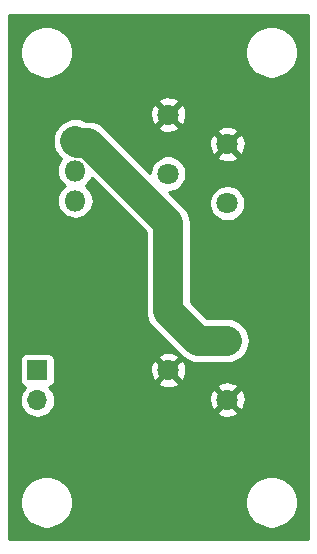
<source format=gbr>
G04 #@! TF.GenerationSoftware,KiCad,Pcbnew,(5.1.4)-1*
G04 #@! TF.CreationDate,2019-12-03T13:15:03-06:00*
G04 #@! TF.ProjectId,cutdown_power,63757464-6f77-46e5-9f70-6f7765722e6b,rev?*
G04 #@! TF.SameCoordinates,Original*
G04 #@! TF.FileFunction,Copper,L2,Bot*
G04 #@! TF.FilePolarity,Positive*
%FSLAX46Y46*%
G04 Gerber Fmt 4.6, Leading zero omitted, Abs format (unit mm)*
G04 Created by KiCad (PCBNEW (5.1.4)-1) date 2019-12-03 13:15:03*
%MOMM*%
%LPD*%
G04 APERTURE LIST*
%ADD10O,1.700000X1.700000*%
%ADD11R,1.700000X1.700000*%
%ADD12C,1.800000*%
%ADD13O,1.800000X1.800000*%
%ADD14R,1.800000X1.800000*%
%ADD15C,2.540000*%
%ADD16C,0.254000*%
G04 APERTURE END LIST*
D10*
X159258000Y-120904000D03*
D11*
X159258000Y-118364000D03*
D12*
X175347000Y-120864000D03*
X170347000Y-118364000D03*
X175347000Y-115864000D03*
X170347000Y-113364000D03*
D13*
X162478999Y-104013000D03*
X162478999Y-101473000D03*
D14*
X162478999Y-98933000D03*
D12*
X175347000Y-104227000D03*
X170347000Y-101727000D03*
X175347000Y-99227000D03*
X170347000Y-96727000D03*
D15*
X170347000Y-112091208D02*
X170347000Y-113364000D01*
X170347000Y-105903847D02*
X170347000Y-112091208D01*
X163593752Y-99150599D02*
X170347000Y-105903847D01*
X162650599Y-99150599D02*
X163593752Y-99150599D01*
X162478999Y-98933000D02*
X162478999Y-98978999D01*
X162478999Y-98978999D02*
X162650599Y-99150599D01*
X172847000Y-115864000D02*
X170347000Y-113364000D01*
X175347000Y-115864000D02*
X172847000Y-115864000D01*
D16*
G36*
X182220001Y-132690000D02*
G01*
X156870000Y-132690000D01*
X156870000Y-129319872D01*
X157785000Y-129319872D01*
X157785000Y-129760128D01*
X157870890Y-130191925D01*
X158039369Y-130598669D01*
X158283962Y-130964729D01*
X158595271Y-131276038D01*
X158961331Y-131520631D01*
X159368075Y-131689110D01*
X159799872Y-131775000D01*
X160240128Y-131775000D01*
X160671925Y-131689110D01*
X161078669Y-131520631D01*
X161444729Y-131276038D01*
X161756038Y-130964729D01*
X162000631Y-130598669D01*
X162169110Y-130191925D01*
X162255000Y-129760128D01*
X162255000Y-129319872D01*
X176835000Y-129319872D01*
X176835000Y-129760128D01*
X176920890Y-130191925D01*
X177089369Y-130598669D01*
X177333962Y-130964729D01*
X177645271Y-131276038D01*
X178011331Y-131520631D01*
X178418075Y-131689110D01*
X178849872Y-131775000D01*
X179290128Y-131775000D01*
X179721925Y-131689110D01*
X180128669Y-131520631D01*
X180494729Y-131276038D01*
X180806038Y-130964729D01*
X181050631Y-130598669D01*
X181219110Y-130191925D01*
X181305000Y-129760128D01*
X181305000Y-129319872D01*
X181219110Y-128888075D01*
X181050631Y-128481331D01*
X180806038Y-128115271D01*
X180494729Y-127803962D01*
X180128669Y-127559369D01*
X179721925Y-127390890D01*
X179290128Y-127305000D01*
X178849872Y-127305000D01*
X178418075Y-127390890D01*
X178011331Y-127559369D01*
X177645271Y-127803962D01*
X177333962Y-128115271D01*
X177089369Y-128481331D01*
X176920890Y-128888075D01*
X176835000Y-129319872D01*
X162255000Y-129319872D01*
X162169110Y-128888075D01*
X162000631Y-128481331D01*
X161756038Y-128115271D01*
X161444729Y-127803962D01*
X161078669Y-127559369D01*
X160671925Y-127390890D01*
X160240128Y-127305000D01*
X159799872Y-127305000D01*
X159368075Y-127390890D01*
X158961331Y-127559369D01*
X158595271Y-127803962D01*
X158283962Y-128115271D01*
X158039369Y-128481331D01*
X157870890Y-128888075D01*
X157785000Y-129319872D01*
X156870000Y-129319872D01*
X156870000Y-120904000D01*
X157765815Y-120904000D01*
X157794487Y-121195111D01*
X157879401Y-121475034D01*
X158017294Y-121733014D01*
X158202866Y-121959134D01*
X158428986Y-122144706D01*
X158686966Y-122282599D01*
X158966889Y-122367513D01*
X159185050Y-122389000D01*
X159330950Y-122389000D01*
X159549111Y-122367513D01*
X159829034Y-122282599D01*
X160087014Y-122144706D01*
X160313134Y-121959134D01*
X160338619Y-121928080D01*
X174462525Y-121928080D01*
X174546208Y-122182261D01*
X174818775Y-122313158D01*
X175111642Y-122388365D01*
X175413553Y-122404991D01*
X175712907Y-122362397D01*
X175998199Y-122262222D01*
X176147792Y-122182261D01*
X176231475Y-121928080D01*
X175347000Y-121043605D01*
X174462525Y-121928080D01*
X160338619Y-121928080D01*
X160498706Y-121733014D01*
X160636599Y-121475034D01*
X160721513Y-121195111D01*
X160747569Y-120930553D01*
X173806009Y-120930553D01*
X173848603Y-121229907D01*
X173948778Y-121515199D01*
X174028739Y-121664792D01*
X174282920Y-121748475D01*
X175167395Y-120864000D01*
X175526605Y-120864000D01*
X176411080Y-121748475D01*
X176665261Y-121664792D01*
X176796158Y-121392225D01*
X176871365Y-121099358D01*
X176887991Y-120797447D01*
X176845397Y-120498093D01*
X176745222Y-120212801D01*
X176665261Y-120063208D01*
X176411080Y-119979525D01*
X175526605Y-120864000D01*
X175167395Y-120864000D01*
X174282920Y-119979525D01*
X174028739Y-120063208D01*
X173897842Y-120335775D01*
X173822635Y-120628642D01*
X173806009Y-120930553D01*
X160747569Y-120930553D01*
X160750185Y-120904000D01*
X160721513Y-120612889D01*
X160636599Y-120332966D01*
X160498706Y-120074986D01*
X160313134Y-119848866D01*
X160283313Y-119824393D01*
X160352180Y-119803502D01*
X160462494Y-119744537D01*
X160559185Y-119665185D01*
X160638537Y-119568494D01*
X160697502Y-119458180D01*
X160706632Y-119428080D01*
X169462525Y-119428080D01*
X169546208Y-119682261D01*
X169818775Y-119813158D01*
X170111642Y-119888365D01*
X170413553Y-119904991D01*
X170712907Y-119862397D01*
X170890837Y-119799920D01*
X174462525Y-119799920D01*
X175347000Y-120684395D01*
X176231475Y-119799920D01*
X176147792Y-119545739D01*
X175875225Y-119414842D01*
X175582358Y-119339635D01*
X175280447Y-119323009D01*
X174981093Y-119365603D01*
X174695801Y-119465778D01*
X174546208Y-119545739D01*
X174462525Y-119799920D01*
X170890837Y-119799920D01*
X170998199Y-119762222D01*
X171147792Y-119682261D01*
X171231475Y-119428080D01*
X170347000Y-118543605D01*
X169462525Y-119428080D01*
X160706632Y-119428080D01*
X160733812Y-119338482D01*
X160746072Y-119214000D01*
X160746072Y-118430553D01*
X168806009Y-118430553D01*
X168848603Y-118729907D01*
X168948778Y-119015199D01*
X169028739Y-119164792D01*
X169282920Y-119248475D01*
X170167395Y-118364000D01*
X170526605Y-118364000D01*
X171411080Y-119248475D01*
X171665261Y-119164792D01*
X171796158Y-118892225D01*
X171871365Y-118599358D01*
X171887991Y-118297447D01*
X171845397Y-117998093D01*
X171745222Y-117712801D01*
X171665261Y-117563208D01*
X171411080Y-117479525D01*
X170526605Y-118364000D01*
X170167395Y-118364000D01*
X169282920Y-117479525D01*
X169028739Y-117563208D01*
X168897842Y-117835775D01*
X168822635Y-118128642D01*
X168806009Y-118430553D01*
X160746072Y-118430553D01*
X160746072Y-117514000D01*
X160733812Y-117389518D01*
X160706633Y-117299920D01*
X169462525Y-117299920D01*
X170347000Y-118184395D01*
X171231475Y-117299920D01*
X171147792Y-117045739D01*
X170875225Y-116914842D01*
X170582358Y-116839635D01*
X170280447Y-116823009D01*
X169981093Y-116865603D01*
X169695801Y-116965778D01*
X169546208Y-117045739D01*
X169462525Y-117299920D01*
X160706633Y-117299920D01*
X160697502Y-117269820D01*
X160638537Y-117159506D01*
X160559185Y-117062815D01*
X160462494Y-116983463D01*
X160352180Y-116924498D01*
X160232482Y-116888188D01*
X160108000Y-116875928D01*
X158408000Y-116875928D01*
X158283518Y-116888188D01*
X158163820Y-116924498D01*
X158053506Y-116983463D01*
X157956815Y-117062815D01*
X157877463Y-117159506D01*
X157818498Y-117269820D01*
X157782188Y-117389518D01*
X157769928Y-117514000D01*
X157769928Y-119214000D01*
X157782188Y-119338482D01*
X157818498Y-119458180D01*
X157877463Y-119568494D01*
X157956815Y-119665185D01*
X158053506Y-119744537D01*
X158163820Y-119803502D01*
X158232687Y-119824393D01*
X158202866Y-119848866D01*
X158017294Y-120074986D01*
X157879401Y-120332966D01*
X157794487Y-120612889D01*
X157765815Y-120904000D01*
X156870000Y-120904000D01*
X156870000Y-98978999D01*
X160564782Y-98978999D01*
X160573999Y-99072579D01*
X160573999Y-99072581D01*
X160601563Y-99352444D01*
X160710493Y-99711538D01*
X160887386Y-100042481D01*
X161125443Y-100332555D01*
X161198144Y-100392219D01*
X161237379Y-100431454D01*
X161292705Y-100498869D01*
X161196518Y-100616073D01*
X161053982Y-100882739D01*
X160966209Y-101172087D01*
X160936572Y-101473000D01*
X160966209Y-101773913D01*
X161053982Y-102063261D01*
X161196518Y-102329927D01*
X161388338Y-102563661D01*
X161606864Y-102743000D01*
X161388338Y-102922339D01*
X161196518Y-103156073D01*
X161053982Y-103422739D01*
X160966209Y-103712087D01*
X160936572Y-104013000D01*
X160966209Y-104313913D01*
X161053982Y-104603261D01*
X161196518Y-104869927D01*
X161388338Y-105103661D01*
X161622072Y-105295481D01*
X161888738Y-105438017D01*
X162178086Y-105525790D01*
X162403591Y-105548000D01*
X162554407Y-105548000D01*
X162779912Y-105525790D01*
X163069260Y-105438017D01*
X163335926Y-105295481D01*
X163569660Y-105103661D01*
X163761480Y-104869927D01*
X163904016Y-104603261D01*
X163991789Y-104313913D01*
X164021426Y-104013000D01*
X163991789Y-103712087D01*
X163904016Y-103422739D01*
X163761480Y-103156073D01*
X163569660Y-102922339D01*
X163351134Y-102743000D01*
X163569660Y-102563661D01*
X163761480Y-102329927D01*
X163872082Y-102123005D01*
X168442000Y-106692923D01*
X168442001Y-111997617D01*
X168442000Y-111997627D01*
X168442000Y-113270420D01*
X168432783Y-113364000D01*
X168442000Y-113457580D01*
X168442000Y-113457582D01*
X168469564Y-113737445D01*
X168536773Y-113959000D01*
X168578495Y-114096539D01*
X168755387Y-114427482D01*
X168817939Y-114503701D01*
X168993445Y-114717556D01*
X169066140Y-114777215D01*
X171433784Y-117144860D01*
X171493444Y-117217556D01*
X171685319Y-117375023D01*
X171783517Y-117455613D01*
X171892752Y-117514000D01*
X172114461Y-117632506D01*
X172473555Y-117741436D01*
X172753418Y-117769000D01*
X172753420Y-117769000D01*
X172847000Y-117778217D01*
X172940580Y-117769000D01*
X175440582Y-117769000D01*
X175720445Y-117741436D01*
X176079539Y-117632506D01*
X176410482Y-117455613D01*
X176700556Y-117217556D01*
X176938613Y-116927482D01*
X177115506Y-116596539D01*
X177224436Y-116237445D01*
X177261217Y-115864000D01*
X177224436Y-115490555D01*
X177115506Y-115131461D01*
X176938613Y-114800518D01*
X176700556Y-114510444D01*
X176410482Y-114272387D01*
X176079539Y-114095494D01*
X175720445Y-113986564D01*
X175440582Y-113959000D01*
X173636076Y-113959000D01*
X172252000Y-112574925D01*
X172252000Y-105997427D01*
X172261217Y-105903847D01*
X172241436Y-105703011D01*
X172224436Y-105530402D01*
X172115506Y-105171308D01*
X171999403Y-104954095D01*
X171938613Y-104840364D01*
X171858023Y-104742166D01*
X171700556Y-104550291D01*
X171627860Y-104490631D01*
X171213045Y-104075816D01*
X173812000Y-104075816D01*
X173812000Y-104378184D01*
X173870989Y-104674743D01*
X173986701Y-104954095D01*
X174154688Y-105205505D01*
X174368495Y-105419312D01*
X174619905Y-105587299D01*
X174899257Y-105703011D01*
X175195816Y-105762000D01*
X175498184Y-105762000D01*
X175794743Y-105703011D01*
X176074095Y-105587299D01*
X176325505Y-105419312D01*
X176539312Y-105205505D01*
X176707299Y-104954095D01*
X176823011Y-104674743D01*
X176882000Y-104378184D01*
X176882000Y-104075816D01*
X176823011Y-103779257D01*
X176707299Y-103499905D01*
X176539312Y-103248495D01*
X176325505Y-103034688D01*
X176074095Y-102866701D01*
X175794743Y-102750989D01*
X175498184Y-102692000D01*
X175195816Y-102692000D01*
X174899257Y-102750989D01*
X174619905Y-102866701D01*
X174368495Y-103034688D01*
X174154688Y-103248495D01*
X173986701Y-103499905D01*
X173870989Y-103779257D01*
X173812000Y-104075816D01*
X171213045Y-104075816D01*
X170399229Y-103262000D01*
X170498184Y-103262000D01*
X170794743Y-103203011D01*
X171074095Y-103087299D01*
X171325505Y-102919312D01*
X171539312Y-102705505D01*
X171707299Y-102454095D01*
X171823011Y-102174743D01*
X171882000Y-101878184D01*
X171882000Y-101575816D01*
X171823011Y-101279257D01*
X171707299Y-100999905D01*
X171539312Y-100748495D01*
X171325505Y-100534688D01*
X171074095Y-100366701D01*
X170891531Y-100291080D01*
X174462525Y-100291080D01*
X174546208Y-100545261D01*
X174818775Y-100676158D01*
X175111642Y-100751365D01*
X175413553Y-100767991D01*
X175712907Y-100725397D01*
X175998199Y-100625222D01*
X176147792Y-100545261D01*
X176231475Y-100291080D01*
X175347000Y-99406605D01*
X174462525Y-100291080D01*
X170891531Y-100291080D01*
X170794743Y-100250989D01*
X170498184Y-100192000D01*
X170195816Y-100192000D01*
X169899257Y-100250989D01*
X169619905Y-100366701D01*
X169368495Y-100534688D01*
X169154688Y-100748495D01*
X168986701Y-100999905D01*
X168870989Y-101279257D01*
X168812000Y-101575816D01*
X168812000Y-101674771D01*
X166430782Y-99293553D01*
X173806009Y-99293553D01*
X173848603Y-99592907D01*
X173948778Y-99878199D01*
X174028739Y-100027792D01*
X174282920Y-100111475D01*
X175167395Y-99227000D01*
X175526605Y-99227000D01*
X176411080Y-100111475D01*
X176665261Y-100027792D01*
X176796158Y-99755225D01*
X176871365Y-99462358D01*
X176887991Y-99160447D01*
X176845397Y-98861093D01*
X176745222Y-98575801D01*
X176665261Y-98426208D01*
X176411080Y-98342525D01*
X175526605Y-99227000D01*
X175167395Y-99227000D01*
X174282920Y-98342525D01*
X174028739Y-98426208D01*
X173897842Y-98698775D01*
X173822635Y-98991642D01*
X173806009Y-99293553D01*
X166430782Y-99293553D01*
X165006972Y-97869744D01*
X164947308Y-97797043D01*
X164940043Y-97791080D01*
X169462525Y-97791080D01*
X169546208Y-98045261D01*
X169818775Y-98176158D01*
X170111642Y-98251365D01*
X170413553Y-98267991D01*
X170712907Y-98225397D01*
X170890837Y-98162920D01*
X174462525Y-98162920D01*
X175347000Y-99047395D01*
X176231475Y-98162920D01*
X176147792Y-97908739D01*
X175875225Y-97777842D01*
X175582358Y-97702635D01*
X175280447Y-97686009D01*
X174981093Y-97728603D01*
X174695801Y-97828778D01*
X174546208Y-97908739D01*
X174462525Y-98162920D01*
X170890837Y-98162920D01*
X170998199Y-98125222D01*
X171147792Y-98045261D01*
X171231475Y-97791080D01*
X170347000Y-96906605D01*
X169462525Y-97791080D01*
X164940043Y-97791080D01*
X164657234Y-97558986D01*
X164326291Y-97382093D01*
X163967197Y-97273163D01*
X163687334Y-97245599D01*
X163687332Y-97245599D01*
X163593752Y-97236382D01*
X163500172Y-97245599D01*
X163363274Y-97245599D01*
X163211537Y-97164494D01*
X162852443Y-97055564D01*
X162478999Y-97018783D01*
X162105554Y-97055564D01*
X161746460Y-97164494D01*
X161415517Y-97341387D01*
X161125443Y-97579444D01*
X160887386Y-97869518D01*
X160710493Y-98200462D01*
X160601563Y-98559556D01*
X160573999Y-98839419D01*
X160573999Y-98885419D01*
X160564782Y-98978999D01*
X156870000Y-98978999D01*
X156870000Y-96793553D01*
X168806009Y-96793553D01*
X168848603Y-97092907D01*
X168948778Y-97378199D01*
X169028739Y-97527792D01*
X169282920Y-97611475D01*
X170167395Y-96727000D01*
X170526605Y-96727000D01*
X171411080Y-97611475D01*
X171665261Y-97527792D01*
X171796158Y-97255225D01*
X171871365Y-96962358D01*
X171887991Y-96660447D01*
X171845397Y-96361093D01*
X171745222Y-96075801D01*
X171665261Y-95926208D01*
X171411080Y-95842525D01*
X170526605Y-96727000D01*
X170167395Y-96727000D01*
X169282920Y-95842525D01*
X169028739Y-95926208D01*
X168897842Y-96198775D01*
X168822635Y-96491642D01*
X168806009Y-96793553D01*
X156870000Y-96793553D01*
X156870000Y-95662920D01*
X169462525Y-95662920D01*
X170347000Y-96547395D01*
X171231475Y-95662920D01*
X171147792Y-95408739D01*
X170875225Y-95277842D01*
X170582358Y-95202635D01*
X170280447Y-95186009D01*
X169981093Y-95228603D01*
X169695801Y-95328778D01*
X169546208Y-95408739D01*
X169462525Y-95662920D01*
X156870000Y-95662920D01*
X156870000Y-91219872D01*
X157785000Y-91219872D01*
X157785000Y-91660128D01*
X157870890Y-92091925D01*
X158039369Y-92498669D01*
X158283962Y-92864729D01*
X158595271Y-93176038D01*
X158961331Y-93420631D01*
X159368075Y-93589110D01*
X159799872Y-93675000D01*
X160240128Y-93675000D01*
X160671925Y-93589110D01*
X161078669Y-93420631D01*
X161444729Y-93176038D01*
X161756038Y-92864729D01*
X162000631Y-92498669D01*
X162169110Y-92091925D01*
X162255000Y-91660128D01*
X162255000Y-91219872D01*
X176835000Y-91219872D01*
X176835000Y-91660128D01*
X176920890Y-92091925D01*
X177089369Y-92498669D01*
X177333962Y-92864729D01*
X177645271Y-93176038D01*
X178011331Y-93420631D01*
X178418075Y-93589110D01*
X178849872Y-93675000D01*
X179290128Y-93675000D01*
X179721925Y-93589110D01*
X180128669Y-93420631D01*
X180494729Y-93176038D01*
X180806038Y-92864729D01*
X181050631Y-92498669D01*
X181219110Y-92091925D01*
X181305000Y-91660128D01*
X181305000Y-91219872D01*
X181219110Y-90788075D01*
X181050631Y-90381331D01*
X180806038Y-90015271D01*
X180494729Y-89703962D01*
X180128669Y-89459369D01*
X179721925Y-89290890D01*
X179290128Y-89205000D01*
X178849872Y-89205000D01*
X178418075Y-89290890D01*
X178011331Y-89459369D01*
X177645271Y-89703962D01*
X177333962Y-90015271D01*
X177089369Y-90381331D01*
X176920890Y-90788075D01*
X176835000Y-91219872D01*
X162255000Y-91219872D01*
X162169110Y-90788075D01*
X162000631Y-90381331D01*
X161756038Y-90015271D01*
X161444729Y-89703962D01*
X161078669Y-89459369D01*
X160671925Y-89290890D01*
X160240128Y-89205000D01*
X159799872Y-89205000D01*
X159368075Y-89290890D01*
X158961331Y-89459369D01*
X158595271Y-89703962D01*
X158283962Y-90015271D01*
X158039369Y-90381331D01*
X157870890Y-90788075D01*
X157785000Y-91219872D01*
X156870000Y-91219872D01*
X156870000Y-88290000D01*
X182220000Y-88290000D01*
X182220001Y-132690000D01*
X182220001Y-132690000D01*
G37*
X182220001Y-132690000D02*
X156870000Y-132690000D01*
X156870000Y-129319872D01*
X157785000Y-129319872D01*
X157785000Y-129760128D01*
X157870890Y-130191925D01*
X158039369Y-130598669D01*
X158283962Y-130964729D01*
X158595271Y-131276038D01*
X158961331Y-131520631D01*
X159368075Y-131689110D01*
X159799872Y-131775000D01*
X160240128Y-131775000D01*
X160671925Y-131689110D01*
X161078669Y-131520631D01*
X161444729Y-131276038D01*
X161756038Y-130964729D01*
X162000631Y-130598669D01*
X162169110Y-130191925D01*
X162255000Y-129760128D01*
X162255000Y-129319872D01*
X176835000Y-129319872D01*
X176835000Y-129760128D01*
X176920890Y-130191925D01*
X177089369Y-130598669D01*
X177333962Y-130964729D01*
X177645271Y-131276038D01*
X178011331Y-131520631D01*
X178418075Y-131689110D01*
X178849872Y-131775000D01*
X179290128Y-131775000D01*
X179721925Y-131689110D01*
X180128669Y-131520631D01*
X180494729Y-131276038D01*
X180806038Y-130964729D01*
X181050631Y-130598669D01*
X181219110Y-130191925D01*
X181305000Y-129760128D01*
X181305000Y-129319872D01*
X181219110Y-128888075D01*
X181050631Y-128481331D01*
X180806038Y-128115271D01*
X180494729Y-127803962D01*
X180128669Y-127559369D01*
X179721925Y-127390890D01*
X179290128Y-127305000D01*
X178849872Y-127305000D01*
X178418075Y-127390890D01*
X178011331Y-127559369D01*
X177645271Y-127803962D01*
X177333962Y-128115271D01*
X177089369Y-128481331D01*
X176920890Y-128888075D01*
X176835000Y-129319872D01*
X162255000Y-129319872D01*
X162169110Y-128888075D01*
X162000631Y-128481331D01*
X161756038Y-128115271D01*
X161444729Y-127803962D01*
X161078669Y-127559369D01*
X160671925Y-127390890D01*
X160240128Y-127305000D01*
X159799872Y-127305000D01*
X159368075Y-127390890D01*
X158961331Y-127559369D01*
X158595271Y-127803962D01*
X158283962Y-128115271D01*
X158039369Y-128481331D01*
X157870890Y-128888075D01*
X157785000Y-129319872D01*
X156870000Y-129319872D01*
X156870000Y-120904000D01*
X157765815Y-120904000D01*
X157794487Y-121195111D01*
X157879401Y-121475034D01*
X158017294Y-121733014D01*
X158202866Y-121959134D01*
X158428986Y-122144706D01*
X158686966Y-122282599D01*
X158966889Y-122367513D01*
X159185050Y-122389000D01*
X159330950Y-122389000D01*
X159549111Y-122367513D01*
X159829034Y-122282599D01*
X160087014Y-122144706D01*
X160313134Y-121959134D01*
X160338619Y-121928080D01*
X174462525Y-121928080D01*
X174546208Y-122182261D01*
X174818775Y-122313158D01*
X175111642Y-122388365D01*
X175413553Y-122404991D01*
X175712907Y-122362397D01*
X175998199Y-122262222D01*
X176147792Y-122182261D01*
X176231475Y-121928080D01*
X175347000Y-121043605D01*
X174462525Y-121928080D01*
X160338619Y-121928080D01*
X160498706Y-121733014D01*
X160636599Y-121475034D01*
X160721513Y-121195111D01*
X160747569Y-120930553D01*
X173806009Y-120930553D01*
X173848603Y-121229907D01*
X173948778Y-121515199D01*
X174028739Y-121664792D01*
X174282920Y-121748475D01*
X175167395Y-120864000D01*
X175526605Y-120864000D01*
X176411080Y-121748475D01*
X176665261Y-121664792D01*
X176796158Y-121392225D01*
X176871365Y-121099358D01*
X176887991Y-120797447D01*
X176845397Y-120498093D01*
X176745222Y-120212801D01*
X176665261Y-120063208D01*
X176411080Y-119979525D01*
X175526605Y-120864000D01*
X175167395Y-120864000D01*
X174282920Y-119979525D01*
X174028739Y-120063208D01*
X173897842Y-120335775D01*
X173822635Y-120628642D01*
X173806009Y-120930553D01*
X160747569Y-120930553D01*
X160750185Y-120904000D01*
X160721513Y-120612889D01*
X160636599Y-120332966D01*
X160498706Y-120074986D01*
X160313134Y-119848866D01*
X160283313Y-119824393D01*
X160352180Y-119803502D01*
X160462494Y-119744537D01*
X160559185Y-119665185D01*
X160638537Y-119568494D01*
X160697502Y-119458180D01*
X160706632Y-119428080D01*
X169462525Y-119428080D01*
X169546208Y-119682261D01*
X169818775Y-119813158D01*
X170111642Y-119888365D01*
X170413553Y-119904991D01*
X170712907Y-119862397D01*
X170890837Y-119799920D01*
X174462525Y-119799920D01*
X175347000Y-120684395D01*
X176231475Y-119799920D01*
X176147792Y-119545739D01*
X175875225Y-119414842D01*
X175582358Y-119339635D01*
X175280447Y-119323009D01*
X174981093Y-119365603D01*
X174695801Y-119465778D01*
X174546208Y-119545739D01*
X174462525Y-119799920D01*
X170890837Y-119799920D01*
X170998199Y-119762222D01*
X171147792Y-119682261D01*
X171231475Y-119428080D01*
X170347000Y-118543605D01*
X169462525Y-119428080D01*
X160706632Y-119428080D01*
X160733812Y-119338482D01*
X160746072Y-119214000D01*
X160746072Y-118430553D01*
X168806009Y-118430553D01*
X168848603Y-118729907D01*
X168948778Y-119015199D01*
X169028739Y-119164792D01*
X169282920Y-119248475D01*
X170167395Y-118364000D01*
X170526605Y-118364000D01*
X171411080Y-119248475D01*
X171665261Y-119164792D01*
X171796158Y-118892225D01*
X171871365Y-118599358D01*
X171887991Y-118297447D01*
X171845397Y-117998093D01*
X171745222Y-117712801D01*
X171665261Y-117563208D01*
X171411080Y-117479525D01*
X170526605Y-118364000D01*
X170167395Y-118364000D01*
X169282920Y-117479525D01*
X169028739Y-117563208D01*
X168897842Y-117835775D01*
X168822635Y-118128642D01*
X168806009Y-118430553D01*
X160746072Y-118430553D01*
X160746072Y-117514000D01*
X160733812Y-117389518D01*
X160706633Y-117299920D01*
X169462525Y-117299920D01*
X170347000Y-118184395D01*
X171231475Y-117299920D01*
X171147792Y-117045739D01*
X170875225Y-116914842D01*
X170582358Y-116839635D01*
X170280447Y-116823009D01*
X169981093Y-116865603D01*
X169695801Y-116965778D01*
X169546208Y-117045739D01*
X169462525Y-117299920D01*
X160706633Y-117299920D01*
X160697502Y-117269820D01*
X160638537Y-117159506D01*
X160559185Y-117062815D01*
X160462494Y-116983463D01*
X160352180Y-116924498D01*
X160232482Y-116888188D01*
X160108000Y-116875928D01*
X158408000Y-116875928D01*
X158283518Y-116888188D01*
X158163820Y-116924498D01*
X158053506Y-116983463D01*
X157956815Y-117062815D01*
X157877463Y-117159506D01*
X157818498Y-117269820D01*
X157782188Y-117389518D01*
X157769928Y-117514000D01*
X157769928Y-119214000D01*
X157782188Y-119338482D01*
X157818498Y-119458180D01*
X157877463Y-119568494D01*
X157956815Y-119665185D01*
X158053506Y-119744537D01*
X158163820Y-119803502D01*
X158232687Y-119824393D01*
X158202866Y-119848866D01*
X158017294Y-120074986D01*
X157879401Y-120332966D01*
X157794487Y-120612889D01*
X157765815Y-120904000D01*
X156870000Y-120904000D01*
X156870000Y-98978999D01*
X160564782Y-98978999D01*
X160573999Y-99072579D01*
X160573999Y-99072581D01*
X160601563Y-99352444D01*
X160710493Y-99711538D01*
X160887386Y-100042481D01*
X161125443Y-100332555D01*
X161198144Y-100392219D01*
X161237379Y-100431454D01*
X161292705Y-100498869D01*
X161196518Y-100616073D01*
X161053982Y-100882739D01*
X160966209Y-101172087D01*
X160936572Y-101473000D01*
X160966209Y-101773913D01*
X161053982Y-102063261D01*
X161196518Y-102329927D01*
X161388338Y-102563661D01*
X161606864Y-102743000D01*
X161388338Y-102922339D01*
X161196518Y-103156073D01*
X161053982Y-103422739D01*
X160966209Y-103712087D01*
X160936572Y-104013000D01*
X160966209Y-104313913D01*
X161053982Y-104603261D01*
X161196518Y-104869927D01*
X161388338Y-105103661D01*
X161622072Y-105295481D01*
X161888738Y-105438017D01*
X162178086Y-105525790D01*
X162403591Y-105548000D01*
X162554407Y-105548000D01*
X162779912Y-105525790D01*
X163069260Y-105438017D01*
X163335926Y-105295481D01*
X163569660Y-105103661D01*
X163761480Y-104869927D01*
X163904016Y-104603261D01*
X163991789Y-104313913D01*
X164021426Y-104013000D01*
X163991789Y-103712087D01*
X163904016Y-103422739D01*
X163761480Y-103156073D01*
X163569660Y-102922339D01*
X163351134Y-102743000D01*
X163569660Y-102563661D01*
X163761480Y-102329927D01*
X163872082Y-102123005D01*
X168442000Y-106692923D01*
X168442001Y-111997617D01*
X168442000Y-111997627D01*
X168442000Y-113270420D01*
X168432783Y-113364000D01*
X168442000Y-113457580D01*
X168442000Y-113457582D01*
X168469564Y-113737445D01*
X168536773Y-113959000D01*
X168578495Y-114096539D01*
X168755387Y-114427482D01*
X168817939Y-114503701D01*
X168993445Y-114717556D01*
X169066140Y-114777215D01*
X171433784Y-117144860D01*
X171493444Y-117217556D01*
X171685319Y-117375023D01*
X171783517Y-117455613D01*
X171892752Y-117514000D01*
X172114461Y-117632506D01*
X172473555Y-117741436D01*
X172753418Y-117769000D01*
X172753420Y-117769000D01*
X172847000Y-117778217D01*
X172940580Y-117769000D01*
X175440582Y-117769000D01*
X175720445Y-117741436D01*
X176079539Y-117632506D01*
X176410482Y-117455613D01*
X176700556Y-117217556D01*
X176938613Y-116927482D01*
X177115506Y-116596539D01*
X177224436Y-116237445D01*
X177261217Y-115864000D01*
X177224436Y-115490555D01*
X177115506Y-115131461D01*
X176938613Y-114800518D01*
X176700556Y-114510444D01*
X176410482Y-114272387D01*
X176079539Y-114095494D01*
X175720445Y-113986564D01*
X175440582Y-113959000D01*
X173636076Y-113959000D01*
X172252000Y-112574925D01*
X172252000Y-105997427D01*
X172261217Y-105903847D01*
X172241436Y-105703011D01*
X172224436Y-105530402D01*
X172115506Y-105171308D01*
X171999403Y-104954095D01*
X171938613Y-104840364D01*
X171858023Y-104742166D01*
X171700556Y-104550291D01*
X171627860Y-104490631D01*
X171213045Y-104075816D01*
X173812000Y-104075816D01*
X173812000Y-104378184D01*
X173870989Y-104674743D01*
X173986701Y-104954095D01*
X174154688Y-105205505D01*
X174368495Y-105419312D01*
X174619905Y-105587299D01*
X174899257Y-105703011D01*
X175195816Y-105762000D01*
X175498184Y-105762000D01*
X175794743Y-105703011D01*
X176074095Y-105587299D01*
X176325505Y-105419312D01*
X176539312Y-105205505D01*
X176707299Y-104954095D01*
X176823011Y-104674743D01*
X176882000Y-104378184D01*
X176882000Y-104075816D01*
X176823011Y-103779257D01*
X176707299Y-103499905D01*
X176539312Y-103248495D01*
X176325505Y-103034688D01*
X176074095Y-102866701D01*
X175794743Y-102750989D01*
X175498184Y-102692000D01*
X175195816Y-102692000D01*
X174899257Y-102750989D01*
X174619905Y-102866701D01*
X174368495Y-103034688D01*
X174154688Y-103248495D01*
X173986701Y-103499905D01*
X173870989Y-103779257D01*
X173812000Y-104075816D01*
X171213045Y-104075816D01*
X170399229Y-103262000D01*
X170498184Y-103262000D01*
X170794743Y-103203011D01*
X171074095Y-103087299D01*
X171325505Y-102919312D01*
X171539312Y-102705505D01*
X171707299Y-102454095D01*
X171823011Y-102174743D01*
X171882000Y-101878184D01*
X171882000Y-101575816D01*
X171823011Y-101279257D01*
X171707299Y-100999905D01*
X171539312Y-100748495D01*
X171325505Y-100534688D01*
X171074095Y-100366701D01*
X170891531Y-100291080D01*
X174462525Y-100291080D01*
X174546208Y-100545261D01*
X174818775Y-100676158D01*
X175111642Y-100751365D01*
X175413553Y-100767991D01*
X175712907Y-100725397D01*
X175998199Y-100625222D01*
X176147792Y-100545261D01*
X176231475Y-100291080D01*
X175347000Y-99406605D01*
X174462525Y-100291080D01*
X170891531Y-100291080D01*
X170794743Y-100250989D01*
X170498184Y-100192000D01*
X170195816Y-100192000D01*
X169899257Y-100250989D01*
X169619905Y-100366701D01*
X169368495Y-100534688D01*
X169154688Y-100748495D01*
X168986701Y-100999905D01*
X168870989Y-101279257D01*
X168812000Y-101575816D01*
X168812000Y-101674771D01*
X166430782Y-99293553D01*
X173806009Y-99293553D01*
X173848603Y-99592907D01*
X173948778Y-99878199D01*
X174028739Y-100027792D01*
X174282920Y-100111475D01*
X175167395Y-99227000D01*
X175526605Y-99227000D01*
X176411080Y-100111475D01*
X176665261Y-100027792D01*
X176796158Y-99755225D01*
X176871365Y-99462358D01*
X176887991Y-99160447D01*
X176845397Y-98861093D01*
X176745222Y-98575801D01*
X176665261Y-98426208D01*
X176411080Y-98342525D01*
X175526605Y-99227000D01*
X175167395Y-99227000D01*
X174282920Y-98342525D01*
X174028739Y-98426208D01*
X173897842Y-98698775D01*
X173822635Y-98991642D01*
X173806009Y-99293553D01*
X166430782Y-99293553D01*
X165006972Y-97869744D01*
X164947308Y-97797043D01*
X164940043Y-97791080D01*
X169462525Y-97791080D01*
X169546208Y-98045261D01*
X169818775Y-98176158D01*
X170111642Y-98251365D01*
X170413553Y-98267991D01*
X170712907Y-98225397D01*
X170890837Y-98162920D01*
X174462525Y-98162920D01*
X175347000Y-99047395D01*
X176231475Y-98162920D01*
X176147792Y-97908739D01*
X175875225Y-97777842D01*
X175582358Y-97702635D01*
X175280447Y-97686009D01*
X174981093Y-97728603D01*
X174695801Y-97828778D01*
X174546208Y-97908739D01*
X174462525Y-98162920D01*
X170890837Y-98162920D01*
X170998199Y-98125222D01*
X171147792Y-98045261D01*
X171231475Y-97791080D01*
X170347000Y-96906605D01*
X169462525Y-97791080D01*
X164940043Y-97791080D01*
X164657234Y-97558986D01*
X164326291Y-97382093D01*
X163967197Y-97273163D01*
X163687334Y-97245599D01*
X163687332Y-97245599D01*
X163593752Y-97236382D01*
X163500172Y-97245599D01*
X163363274Y-97245599D01*
X163211537Y-97164494D01*
X162852443Y-97055564D01*
X162478999Y-97018783D01*
X162105554Y-97055564D01*
X161746460Y-97164494D01*
X161415517Y-97341387D01*
X161125443Y-97579444D01*
X160887386Y-97869518D01*
X160710493Y-98200462D01*
X160601563Y-98559556D01*
X160573999Y-98839419D01*
X160573999Y-98885419D01*
X160564782Y-98978999D01*
X156870000Y-98978999D01*
X156870000Y-96793553D01*
X168806009Y-96793553D01*
X168848603Y-97092907D01*
X168948778Y-97378199D01*
X169028739Y-97527792D01*
X169282920Y-97611475D01*
X170167395Y-96727000D01*
X170526605Y-96727000D01*
X171411080Y-97611475D01*
X171665261Y-97527792D01*
X171796158Y-97255225D01*
X171871365Y-96962358D01*
X171887991Y-96660447D01*
X171845397Y-96361093D01*
X171745222Y-96075801D01*
X171665261Y-95926208D01*
X171411080Y-95842525D01*
X170526605Y-96727000D01*
X170167395Y-96727000D01*
X169282920Y-95842525D01*
X169028739Y-95926208D01*
X168897842Y-96198775D01*
X168822635Y-96491642D01*
X168806009Y-96793553D01*
X156870000Y-96793553D01*
X156870000Y-95662920D01*
X169462525Y-95662920D01*
X170347000Y-96547395D01*
X171231475Y-95662920D01*
X171147792Y-95408739D01*
X170875225Y-95277842D01*
X170582358Y-95202635D01*
X170280447Y-95186009D01*
X169981093Y-95228603D01*
X169695801Y-95328778D01*
X169546208Y-95408739D01*
X169462525Y-95662920D01*
X156870000Y-95662920D01*
X156870000Y-91219872D01*
X157785000Y-91219872D01*
X157785000Y-91660128D01*
X157870890Y-92091925D01*
X158039369Y-92498669D01*
X158283962Y-92864729D01*
X158595271Y-93176038D01*
X158961331Y-93420631D01*
X159368075Y-93589110D01*
X159799872Y-93675000D01*
X160240128Y-93675000D01*
X160671925Y-93589110D01*
X161078669Y-93420631D01*
X161444729Y-93176038D01*
X161756038Y-92864729D01*
X162000631Y-92498669D01*
X162169110Y-92091925D01*
X162255000Y-91660128D01*
X162255000Y-91219872D01*
X176835000Y-91219872D01*
X176835000Y-91660128D01*
X176920890Y-92091925D01*
X177089369Y-92498669D01*
X177333962Y-92864729D01*
X177645271Y-93176038D01*
X178011331Y-93420631D01*
X178418075Y-93589110D01*
X178849872Y-93675000D01*
X179290128Y-93675000D01*
X179721925Y-93589110D01*
X180128669Y-93420631D01*
X180494729Y-93176038D01*
X180806038Y-92864729D01*
X181050631Y-92498669D01*
X181219110Y-92091925D01*
X181305000Y-91660128D01*
X181305000Y-91219872D01*
X181219110Y-90788075D01*
X181050631Y-90381331D01*
X180806038Y-90015271D01*
X180494729Y-89703962D01*
X180128669Y-89459369D01*
X179721925Y-89290890D01*
X179290128Y-89205000D01*
X178849872Y-89205000D01*
X178418075Y-89290890D01*
X178011331Y-89459369D01*
X177645271Y-89703962D01*
X177333962Y-90015271D01*
X177089369Y-90381331D01*
X176920890Y-90788075D01*
X176835000Y-91219872D01*
X162255000Y-91219872D01*
X162169110Y-90788075D01*
X162000631Y-90381331D01*
X161756038Y-90015271D01*
X161444729Y-89703962D01*
X161078669Y-89459369D01*
X160671925Y-89290890D01*
X160240128Y-89205000D01*
X159799872Y-89205000D01*
X159368075Y-89290890D01*
X158961331Y-89459369D01*
X158595271Y-89703962D01*
X158283962Y-90015271D01*
X158039369Y-90381331D01*
X157870890Y-90788075D01*
X157785000Y-91219872D01*
X156870000Y-91219872D01*
X156870000Y-88290000D01*
X182220000Y-88290000D01*
X182220001Y-132690000D01*
M02*

</source>
